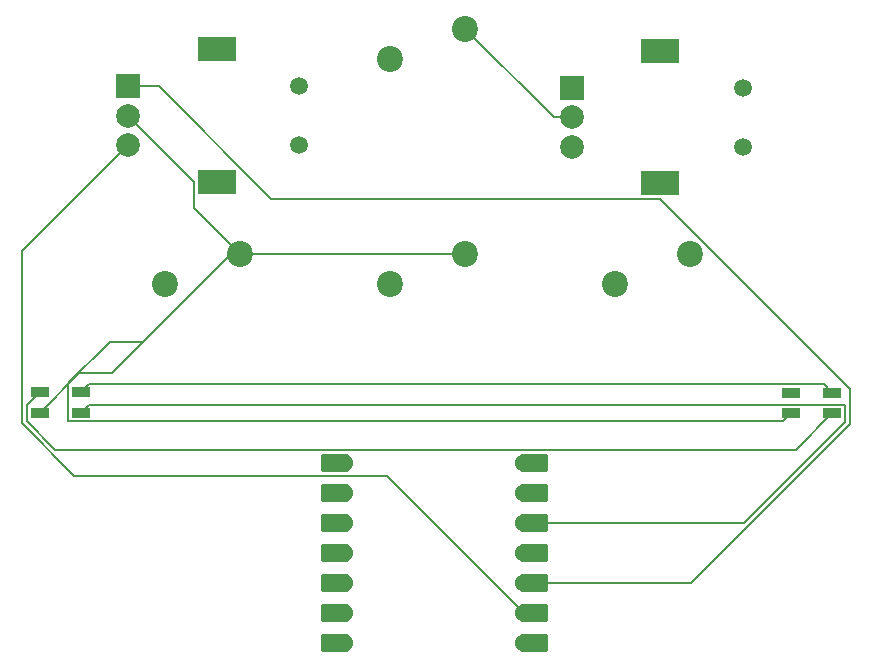
<source format=gbr>
%TF.GenerationSoftware,KiCad,Pcbnew,9.0.3*%
%TF.CreationDate,2025-07-31T03:50:49-04:00*%
%TF.ProjectId,BatPad,42617450-6164-42e6-9b69-6361645f7063,rev?*%
%TF.SameCoordinates,Original*%
%TF.FileFunction,Copper,L1,Top*%
%TF.FilePolarity,Positive*%
%FSLAX46Y46*%
G04 Gerber Fmt 4.6, Leading zero omitted, Abs format (unit mm)*
G04 Created by KiCad (PCBNEW 9.0.3) date 2025-07-31 03:50:49*
%MOMM*%
%LPD*%
G01*
G04 APERTURE LIST*
G04 Aperture macros list*
%AMRoundRect*
0 Rectangle with rounded corners*
0 $1 Rounding radius*
0 $2 $3 $4 $5 $6 $7 $8 $9 X,Y pos of 4 corners*
0 Add a 4 corners polygon primitive as box body*
4,1,4,$2,$3,$4,$5,$6,$7,$8,$9,$2,$3,0*
0 Add four circle primitives for the rounded corners*
1,1,$1+$1,$2,$3*
1,1,$1+$1,$4,$5*
1,1,$1+$1,$6,$7*
1,1,$1+$1,$8,$9*
0 Add four rect primitives between the rounded corners*
20,1,$1+$1,$2,$3,$4,$5,0*
20,1,$1+$1,$4,$5,$6,$7,0*
20,1,$1+$1,$6,$7,$8,$9,0*
20,1,$1+$1,$8,$9,$2,$3,0*%
G04 Aperture macros list end*
%TA.AperFunction,SMDPad,CuDef*%
%ADD10R,1.600000X0.850000*%
%TD*%
%TA.AperFunction,ComponentPad*%
%ADD11C,2.200000*%
%TD*%
%TA.AperFunction,ComponentPad*%
%ADD12C,1.500000*%
%TD*%
%TA.AperFunction,ComponentPad*%
%ADD13R,2.000000X2.000000*%
%TD*%
%TA.AperFunction,ComponentPad*%
%ADD14C,2.000000*%
%TD*%
%TA.AperFunction,ComponentPad*%
%ADD15R,3.200000X2.000000*%
%TD*%
%TA.AperFunction,SMDPad,CuDef*%
%ADD16RoundRect,0.152400X-1.063600X-0.609600X1.063600X-0.609600X1.063600X0.609600X-1.063600X0.609600X0*%
%TD*%
%TA.AperFunction,ComponentPad*%
%ADD17C,1.524000*%
%TD*%
%TA.AperFunction,SMDPad,CuDef*%
%ADD18RoundRect,0.152400X1.063600X0.609600X-1.063600X0.609600X-1.063600X-0.609600X1.063600X-0.609600X0*%
%TD*%
%TA.AperFunction,Conductor*%
%ADD19C,0.200000*%
%TD*%
G04 APERTURE END LIST*
D10*
%TO.P,D2,1,DOUT*%
%TO.N,unconnected-(D2-DOUT-Pad1)*%
X78058750Y-35646875D03*
%TO.P,D2,2,VSS*%
%TO.N,GND*%
X78058750Y-37396875D03*
%TO.P,D2,3,DIN*%
%TO.N,Net-(D1-DOUT)*%
X81558750Y-37396875D03*
%TO.P,D2,4,VDD*%
%TO.N,+5V*%
X81558750Y-35646875D03*
%TD*%
D11*
%TO.P,SW4,1,1*%
%TO.N,GND*%
X50473750Y-4841875D03*
%TO.P,SW4,2,2*%
%TO.N,Net-(U1-GPIO1{slash}RX)*%
X44123750Y-7381875D03*
%TD*%
D10*
%TO.P,D1,1,DOUT*%
%TO.N,Net-(D1-DOUT)*%
X14458750Y-35596875D03*
%TO.P,D1,2,VSS*%
%TO.N,GND*%
X14458750Y-37346875D03*
%TO.P,D1,3,DIN*%
%TO.N,Net-(D1-DIN)*%
X17958750Y-37346875D03*
%TO.P,D1,4,VDD*%
%TO.N,+5V*%
X17958750Y-35596875D03*
%TD*%
D11*
%TO.P,SW2,1,1*%
%TO.N,GND*%
X50460000Y-23920000D03*
%TO.P,SW2,2,2*%
%TO.N,Net-(U1-GPIO4{slash}MISO)*%
X44110000Y-26460000D03*
%TD*%
D12*
%TO.P,SW6,*%
%TO.N,*%
X36433750Y-9696875D03*
X36433750Y-14696875D03*
D13*
%TO.P,SW6,A,A*%
%TO.N,Net-(U1-GPIO28{slash}ADC2{slash}A2)*%
X21933750Y-9696875D03*
D14*
%TO.P,SW6,B,B*%
%TO.N,Net-(U1-GPIO27{slash}ADC1{slash}A1)*%
X21933750Y-14696875D03*
%TO.P,SW6,C,C*%
%TO.N,GND*%
X21933750Y-12196875D03*
D15*
%TO.P,SW6,MP*%
%TO.N,N/C*%
X29433750Y-6596875D03*
X29433750Y-17796875D03*
%TD*%
D12*
%TO.P,SW5,*%
%TO.N,*%
X74008750Y-9831250D03*
X74008750Y-14831250D03*
D13*
%TO.P,SW5,A,A*%
%TO.N,Net-(U1-GPIO7{slash}SCL)*%
X59508750Y-9831250D03*
D14*
%TO.P,SW5,B,B*%
%TO.N,Net-(U1-GPIO29{slash}ADC3{slash}A3)*%
X59508750Y-14831250D03*
%TO.P,SW5,C,C*%
%TO.N,GND*%
X59508750Y-12331250D03*
D15*
%TO.P,SW5,MP*%
%TO.N,N/C*%
X67008750Y-6731250D03*
X67008750Y-17931250D03*
%TD*%
D11*
%TO.P,SW3,1,1*%
%TO.N,GND*%
X69543750Y-23920000D03*
%TO.P,SW3,2,2*%
%TO.N,Net-(U1-GPIO2{slash}SCK)*%
X63193750Y-26460000D03*
%TD*%
%TO.P,SW1,1,1*%
%TO.N,GND*%
X31413750Y-23920000D03*
%TO.P,SW1,2,2*%
%TO.N,Net-(U1-GPIO3{slash}MOSI)*%
X25063750Y-26460000D03*
%TD*%
D16*
%TO.P,U1,1,GPIO26/ADC0/A0*%
%TO.N,unconnected-(U1-GPIO26{slash}ADC0{slash}A0-Pad1)*%
X56337756Y-56860625D03*
D17*
X55502756Y-56860625D03*
D16*
%TO.P,U1,2,GPIO27/ADC1/A1*%
%TO.N,Net-(U1-GPIO27{slash}ADC1{slash}A1)*%
X56337756Y-54320625D03*
D17*
X55502756Y-54320625D03*
D16*
%TO.P,U1,3,GPIO28/ADC2/A2*%
%TO.N,Net-(U1-GPIO28{slash}ADC2{slash}A2)*%
X56337756Y-51780625D03*
D17*
X55502756Y-51780625D03*
D16*
%TO.P,U1,4,GPIO29/ADC3/A3*%
%TO.N,Net-(U1-GPIO29{slash}ADC3{slash}A3)*%
X56337756Y-49240625D03*
D17*
X55502756Y-49240625D03*
D16*
%TO.P,U1,5,GPIO6/SDA*%
%TO.N,Net-(D1-DIN)*%
X56337756Y-46700625D03*
D17*
X55502756Y-46700625D03*
D16*
%TO.P,U1,6,GPIO7/SCL*%
%TO.N,Net-(U1-GPIO7{slash}SCL)*%
X56337756Y-44160625D03*
D17*
X55502756Y-44160625D03*
D16*
%TO.P,U1,7,GPIO0/TX*%
%TO.N,unconnected-(U1-GPIO0{slash}TX-Pad7)*%
X56337756Y-41620625D03*
D17*
X55502756Y-41620625D03*
%TO.P,U1,8,GPIO1/RX*%
%TO.N,Net-(U1-GPIO1{slash}RX)*%
X40262756Y-41620625D03*
D18*
X39427756Y-41620625D03*
D17*
%TO.P,U1,9,GPIO2/SCK*%
%TO.N,Net-(U1-GPIO2{slash}SCK)*%
X40262756Y-44160625D03*
D18*
X39427756Y-44160625D03*
D17*
%TO.P,U1,10,GPIO4/MISO*%
%TO.N,Net-(U1-GPIO4{slash}MISO)*%
X40262756Y-46700625D03*
D18*
X39427756Y-46700625D03*
D17*
%TO.P,U1,11,GPIO3/MOSI*%
%TO.N,Net-(U1-GPIO3{slash}MOSI)*%
X40262756Y-49240625D03*
D18*
X39427756Y-49240625D03*
D17*
%TO.P,U1,12,3V3*%
%TO.N,unconnected-(U1-3V3-Pad12)*%
X40262756Y-51780625D03*
D18*
X39427756Y-51780625D03*
D17*
%TO.P,U1,13,GND*%
%TO.N,unconnected-(U1-GND-Pad13)*%
X40262756Y-54320625D03*
D18*
X39427756Y-54320625D03*
D17*
%TO.P,U1,14,VBUS*%
%TO.N,unconnected-(U1-VBUS-Pad14)*%
X40262756Y-56860625D03*
D18*
X39427756Y-56860625D03*
%TD*%
D19*
%TO.N,GND*%
X17822939Y-33982686D02*
X20566248Y-33982686D01*
X16857750Y-38072875D02*
X16857750Y-34870875D01*
X27532750Y-20039000D02*
X27532750Y-17795875D01*
X57963125Y-12331250D02*
X59508750Y-12331250D01*
X78058750Y-37396875D02*
X77382750Y-38072875D01*
X23197934Y-31351000D02*
X30628934Y-23920000D01*
X31413750Y-23920000D02*
X27532750Y-20039000D01*
X20377625Y-31351000D02*
X23197934Y-31351000D01*
X30628934Y-23920000D02*
X31413750Y-23920000D01*
X16857750Y-34870875D02*
X20377625Y-31351000D01*
X14458750Y-37346875D02*
X17822939Y-33982686D01*
X20566248Y-33982686D02*
X30628934Y-23920000D01*
X77382750Y-38072875D02*
X16857750Y-38072875D01*
X50460000Y-23920000D02*
X31413750Y-23920000D01*
X50473750Y-4841875D02*
X57963125Y-12331250D01*
X27532750Y-17795875D02*
X21933750Y-12196875D01*
%TO.N,+5V*%
X17958750Y-35596875D02*
X18634750Y-34920875D01*
X80832750Y-34920875D02*
X81558750Y-35646875D01*
X18634750Y-34920875D02*
X80832750Y-34920875D01*
%TO.N,Net-(D1-DOUT)*%
X15776750Y-40491875D02*
X13357750Y-38072875D01*
X13357750Y-38072875D02*
X13357750Y-36697875D01*
X13357750Y-36697875D02*
X14458750Y-35596875D01*
X78463750Y-40491875D02*
X15776750Y-40491875D01*
X81558750Y-37396875D02*
X78463750Y-40491875D01*
%TO.N,Net-(D1-DIN)*%
X18634750Y-36670875D02*
X82659750Y-36670875D01*
X82659750Y-36670875D02*
X82659750Y-38122875D01*
X74082000Y-46700625D02*
X55503750Y-46700625D01*
X82659750Y-38122875D02*
X74082000Y-46700625D01*
X17958750Y-37346875D02*
X18634750Y-36670875D01*
%TO.N,Net-(U1-GPIO28{slash}ADC2{slash}A2)*%
X56288750Y-51780625D02*
X69569100Y-51780625D01*
X34071125Y-19232250D02*
X24535750Y-9696875D01*
X83060750Y-35321875D02*
X66971125Y-19232250D01*
X69569100Y-51780625D02*
X83060750Y-38288975D01*
X24535750Y-9696875D02*
X21933750Y-9696875D01*
X83060750Y-38288975D02*
X83060750Y-35321875D01*
X66971125Y-19232250D02*
X34071125Y-19232250D01*
%TO.N,Net-(U1-GPIO27{slash}ADC1{slash}A1)*%
X55502756Y-54320625D02*
X43865756Y-42683625D01*
X12956750Y-23673875D02*
X21933750Y-14696875D01*
X12956750Y-38238975D02*
X12956750Y-23673875D01*
X17401400Y-42683625D02*
X12956750Y-38238975D01*
X43865756Y-42683625D02*
X17401400Y-42683625D01*
%TD*%
M02*

</source>
